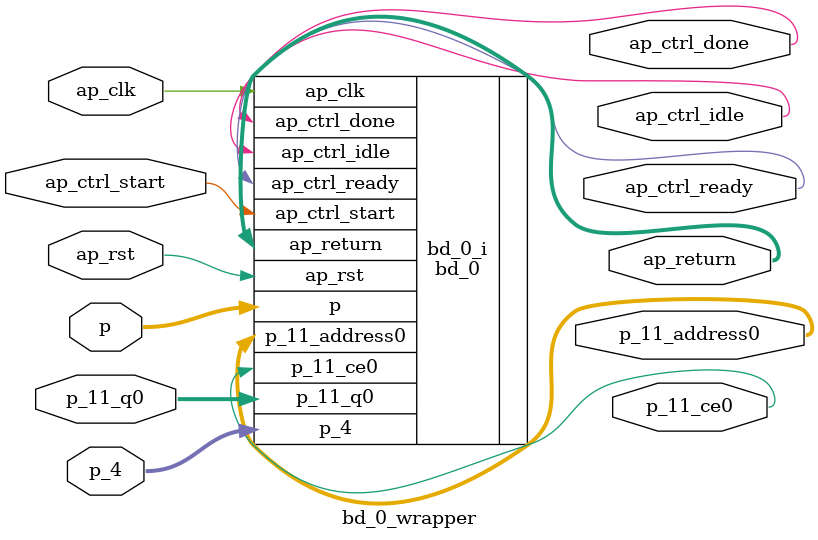
<source format=v>
`timescale 1 ps / 1 ps

module bd_0_wrapper
   (ap_clk,
    ap_ctrl_done,
    ap_ctrl_idle,
    ap_ctrl_ready,
    ap_ctrl_start,
    ap_return,
    ap_rst,
    p,
    p_11_address0,
    p_11_ce0,
    p_11_q0,
    p_4);
  input ap_clk;
  output ap_ctrl_done;
  output ap_ctrl_idle;
  output ap_ctrl_ready;
  input ap_ctrl_start;
  output [63:0]ap_return;
  input ap_rst;
  input [63:0]p;
  output [1:0]p_11_address0;
  output p_11_ce0;
  input [15:0]p_11_q0;
  input [31:0]p_4;

  wire ap_clk;
  wire ap_ctrl_done;
  wire ap_ctrl_idle;
  wire ap_ctrl_ready;
  wire ap_ctrl_start;
  wire [63:0]ap_return;
  wire ap_rst;
  wire [63:0]p;
  wire [1:0]p_11_address0;
  wire p_11_ce0;
  wire [15:0]p_11_q0;
  wire [31:0]p_4;

  bd_0 bd_0_i
       (.ap_clk(ap_clk),
        .ap_ctrl_done(ap_ctrl_done),
        .ap_ctrl_idle(ap_ctrl_idle),
        .ap_ctrl_ready(ap_ctrl_ready),
        .ap_ctrl_start(ap_ctrl_start),
        .ap_return(ap_return),
        .ap_rst(ap_rst),
        .p(p),
        .p_11_address0(p_11_address0),
        .p_11_ce0(p_11_ce0),
        .p_11_q0(p_11_q0),
        .p_4(p_4));
endmodule

</source>
